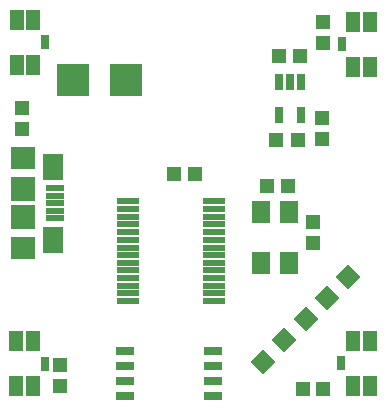
<source format=gbr>
%FSLAX23Y23*%
%MOIN*%
G04 EasyPC Gerber Version 18.0.6 Build 3620 *
%ADD113R,0.02600X0.04900*%
%ADD106R,0.02800X0.05800*%
%ADD108R,0.04540X0.04930*%
%ADD114R,0.04700X0.07000*%
%ADD116R,0.06100X0.07700*%
%ADD112R,0.06900X0.08800*%
%ADD118R,0.10600X0.10600*%
%ADD115C,0.03600*%
%AMT117*0 Rectangle Pad at angle 45*21,1,0.06100,0.06100,0,0,45*%
%ADD117T117*%
%ADD109R,0.05900X0.02200*%
%ADD104R,0.07800X0.02300*%
%ADD105R,0.06400X0.02800*%
%ADD107R,0.04930X0.04540*%
%ADD111R,0.08100X0.07700*%
%ADD110R,0.08100X0.08000*%
X0Y0D02*
D02*
D104*
X410Y568D03*
Y594D03*
Y619D03*
Y645D03*
Y671D03*
Y696D03*
Y722D03*
Y747D03*
Y773D03*
Y798D03*
Y824D03*
Y850D03*
Y875D03*
Y901D03*
X697Y568D03*
Y594D03*
Y619D03*
Y645D03*
Y671D03*
Y696D03*
Y722D03*
Y747D03*
Y773D03*
Y798D03*
Y824D03*
Y850D03*
Y875D03*
Y901D03*
D02*
D105*
X401Y252D03*
Y302D03*
Y352D03*
Y402D03*
X696Y252D03*
Y302D03*
Y352D03*
Y402D03*
D02*
D106*
X914Y1190D03*
Y1298D03*
X952D03*
X989Y1190D03*
Y1298D03*
D02*
D107*
X57Y1142D03*
Y1212D03*
X185Y287D03*
Y357D03*
X1028Y763D03*
Y833D03*
X1057Y1109D03*
Y1179D03*
X1063Y1430D03*
Y1500D03*
D02*
D108*
X564Y991D03*
X634D03*
X875Y951D03*
X906Y1104D03*
X914Y1386D03*
X946Y951D03*
X977Y1104D03*
X984Y1386D03*
X994Y277D03*
X1063D03*
D02*
D109*
X167Y845D03*
Y870D03*
Y895D03*
Y920D03*
Y945D03*
D02*
D110*
X62Y848D03*
Y942D03*
D02*
D111*
Y746D03*
Y1044D03*
D02*
D112*
X162Y773D03*
Y1017D03*
D02*
D113*
X134Y359D03*
X135Y1431D03*
X1123Y361D03*
X1124Y1425D03*
D02*
D114*
X39Y284D03*
Y434D03*
X40Y1356D03*
Y1506D03*
X95Y284D03*
Y434D03*
X96Y1356D03*
Y1506D03*
X1162Y286D03*
Y436D03*
X1163Y1350D03*
Y1500D03*
X1218Y286D03*
Y436D03*
X1219Y1350D03*
Y1500D03*
D02*
D115*
X35Y280D03*
Y438D03*
X36Y1352D03*
Y1510D03*
X1222Y282D03*
Y440D03*
X1223Y1346D03*
Y1504D03*
D02*
D116*
X855Y694D03*
Y867D03*
X949Y694D03*
Y867D03*
D02*
D117*
X862Y367D03*
X933Y438D03*
X1004Y509D03*
X1074Y579D03*
X1145Y650D03*
D02*
D118*
X229Y1307D03*
X404D03*
X0Y0D02*
M02*

</source>
